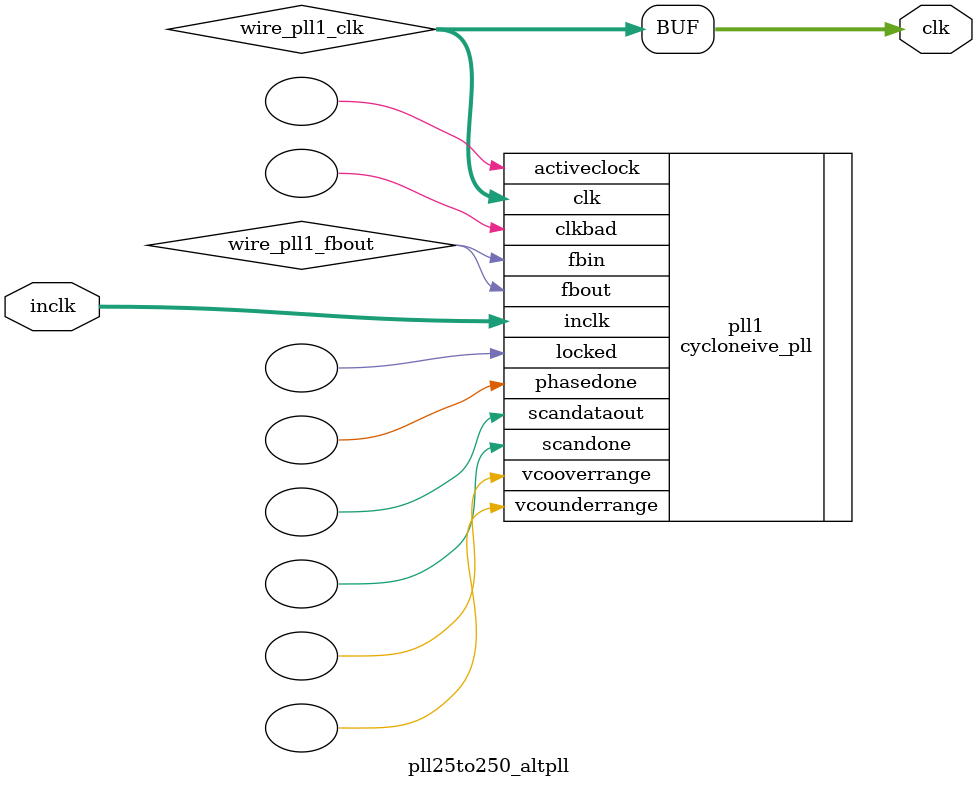
<source format=v>






//synthesis_resources = cycloneive_pll 1 
//synopsys translate_off
`timescale 1 ps / 1 ps
//synopsys translate_on
module  pll25to250_altpll
	( 
	clk,
	inclk) /* synthesis synthesis_clearbox=1 */;
	output   [4:0]  clk;
	input   [1:0]  inclk;
`ifndef ALTERA_RESERVED_QIS
// synopsys translate_off
`endif
	tri0   [1:0]  inclk;
`ifndef ALTERA_RESERVED_QIS
// synopsys translate_on
`endif

	wire  [4:0]   wire_pll1_clk;
	wire  wire_pll1_fbout;

	cycloneive_pll   pll1
	( 
	.activeclock(),
	.clk(wire_pll1_clk),
	.clkbad(),
	.fbin(wire_pll1_fbout),
	.fbout(wire_pll1_fbout),
	.inclk(inclk),
	.locked(),
	.phasedone(),
	.scandataout(),
	.scandone(),
	.vcooverrange(),
	.vcounderrange()
	`ifndef FORMAL_VERIFICATION
	// synopsys translate_off
	`endif
	,
	.areset(1'b0),
	.clkswitch(1'b0),
	.configupdate(1'b0),
	.pfdena(1'b1),
	.phasecounterselect({3{1'b0}}),
	.phasestep(1'b0),
	.phaseupdown(1'b0),
	.scanclk(1'b0),
	.scanclkena(1'b1),
	.scandata(1'b0)
	`ifndef FORMAL_VERIFICATION
	// synopsys translate_on
	`endif
	);
	defparam
		pll1.bandwidth_type = "auto",
		pll1.clk0_divide_by = 1,
		pll1.clk0_duty_cycle = 50,
		pll1.clk0_multiply_by = 10,
		pll1.clk0_phase_shift = "0",
		pll1.compensate_clock = "clk0",
		pll1.inclk0_input_frequency = 40000,
		pll1.operation_mode = "normal",
		pll1.pll_type = "auto",
		pll1.lpm_type = "cycloneive_pll";
	assign
		clk = {wire_pll1_clk[4:0]};
endmodule //pll25to250_altpll
//VALID FILE

</source>
